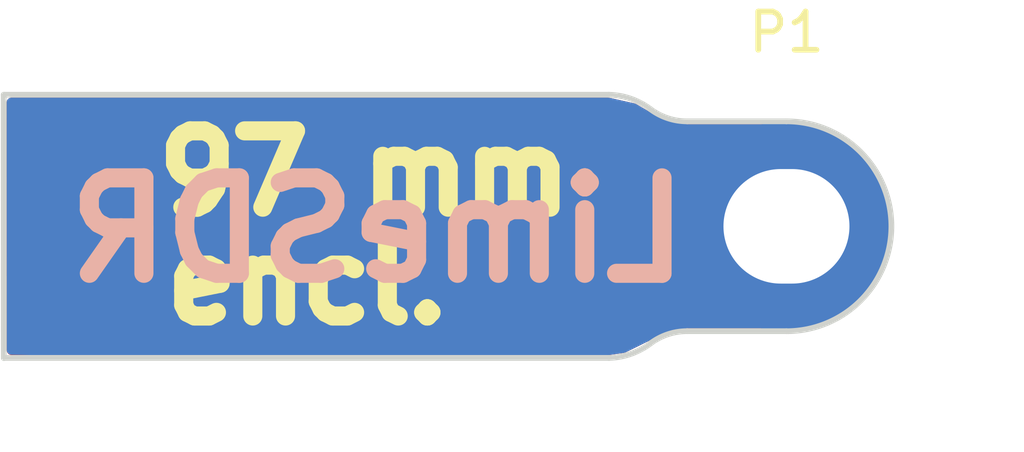
<source format=kicad_pcb>
(kicad_pcb (version 4) (host pcbnew no-bzr-kicad_new3d-viewer)

  (general
    (links 0)
    (no_connects 0)
    (area 58.69968 19.6625 85.478334 31.4725)
    (thickness 1.6)
    (drawings 1)
    (tracks 0)
    (zones 0)
    (modules 1)
    (nets 2)
  )

  (page A4)
  (layers
    (0 F.Cu signal)
    (31 B.Cu signal)
    (32 B.Adhes user)
    (33 F.Adhes user)
    (34 B.Paste user)
    (35 F.Paste user)
    (36 B.SilkS user)
    (37 F.SilkS user)
    (38 B.Mask user)
    (39 F.Mask user)
    (40 Dwgs.User user)
    (41 Cmts.User user)
    (42 Eco1.User user)
    (43 Eco2.User user)
    (44 Edge.Cuts user)
    (45 Margin user)
    (46 B.CrtYd user)
    (47 F.CrtYd user)
    (48 B.Fab user)
    (49 F.Fab user)
  )

  (setup
    (last_trace_width 0.25)
    (trace_clearance 0)
    (zone_clearance 0)
    (zone_45_only no)
    (trace_min 0.2)
    (segment_width 0.5)
    (edge_width 0.15)
    (via_size 0.6)
    (via_drill 0.4)
    (via_min_size 0.4)
    (via_min_drill 0.3)
    (uvia_size 0.3)
    (uvia_drill 0.1)
    (uvias_allowed no)
    (uvia_min_size 0.2)
    (uvia_min_drill 0.1)
    (pcb_text_width 0.3)
    (pcb_text_size 1.5 1.5)
    (mod_edge_width 0.15)
    (mod_text_size 1 1)
    (mod_text_width 0.15)
    (pad_size 5.5 5.5)
    (pad_drill 3.3)
    (pad_to_mask_clearance 0.2)
    (aux_axis_origin 0 0)
    (visible_elements 7FFFFFFF)
    (pcbplotparams
      (layerselection 0x010f0_ffffffff)
      (usegerberextensions true)
      (excludeedgelayer true)
      (linewidth 0.100000)
      (plotframeref false)
      (viasonmask false)
      (mode 1)
      (useauxorigin false)
      (hpglpennumber 1)
      (hpglpenspeed 20)
      (hpglpendiameter 15)
      (psnegative false)
      (psa4output false)
      (plotreference false)
      (plotvalue false)
      (plotinvisibletext false)
      (padsonsilk false)
      (subtractmaskfromsilk false)
      (outputformat 1)
      (mirror false)
      (drillshape 0)
      (scaleselection 1)
      (outputdirectory Gerber/20160627_tabs/))
  )

  (net 0 "")
  (net 1 GND)

  (net_class Default "This is the default net class."
    (clearance 0)
    (trace_width 0.25)
    (via_dia 0.6)
    (via_drill 0.4)
    (uvia_dia 0.3)
    (uvia_drill 0.1)
    (add_net GND)
  )

  (module Ohisja:holder_tab (layer F.Cu) (tedit 5769A9A1) (tstamp 5769AEEB)
    (at 79.3 25.5)
    (path /5769ACE4)
    (fp_text reference P1 (at 0 -5.08) (layer F.SilkS)
      (effects (font (size 1 1) (thickness 0.15)))
    )
    (fp_text value CONN_01X01 (at 1.27 5.08) (layer F.Fab)
      (effects (font (size 1 1) (thickness 0.15)))
    )
    (fp_text user "97 mm" (at -11.05 -1.4) (layer F.SilkS)
      (effects (font (size 2 2) (thickness 0.5)))
    )
    (fp_arc (start 0 -0.001226) (end 0 -2.75) (angle 180) (layer Edge.Cuts) (width 0.15))
    (fp_line (start -19.55 -3.45) (end -19.55 3.45) (layer B.Mask) (width 2))
    (fp_arc (start -2.6 4.349706) (end -3.55 3.058063) (angle 36.33438316) (layer Edge.Cuts) (width 0.15))
    (fp_arc (start -4.698313 -1.553591) (end -4.652118 -3.446725) (angle 35.17359225) (layer Edge.Cuts) (width 0.15))
    (fp_line (start -20.5 3.447548) (end -4.651552 3.447548) (layer Edge.Cuts) (width 0.15))
    (fp_line (start -20.502118 -3.446725) (end -20.5 3.45) (layer Edge.Cuts) (width 0.15))
    (fp_line (start -4.652118 -3.446725) (end -20.502118 -3.446725) (layer Edge.Cuts) (width 0.15))
    (fp_line (start -2.6 2.746322) (end 0 2.746322) (layer Edge.Cuts) (width 0.15))
    (fp_line (start 0 -2.75) (end -2.6 -2.75) (layer Edge.Cuts) (width 0.15))
    (fp_arc (start -2.603369 -4.352158) (end -2.6 -2.75) (angle 37.22928052) (layer Edge.Cuts) (width 0.15))
    (fp_arc (start -4.7 1.558063) (end -3.55 3.058063) (angle 36.00738739) (layer Edge.Cuts) (width 0.15))
    (fp_line (start -19.55 -3.45) (end -19.55 3.45) (layer F.Mask) (width 2))
    (fp_text user encl. (at -12.55 1.45) (layer F.SilkS)
      (effects (font (size 2 2) (thickness 0.5)))
    )
    (pad 1 thru_hole circle (at 0 0) (size 5.5 5.5) (drill oval 3.3 3) (layers *.Cu *.Mask)
      (net 1 GND))
  )

  (gr_text LimeSDR (at 68.6 25.6) (layer B.SilkS)
    (effects (font (size 2.5 2.5) (thickness 0.5)) (justify mirror))
  )

  (zone (net 1) (net_name GND) (layer F.Cu) (tstamp 0) (hatch none 0.508)
    (connect_pads (clearance 0))
    (min_thickness 0.254)
    (fill yes (arc_segments 16) (thermal_gap 0.508) (thermal_bridge_width 0.508))
    (polygon
      (pts
        (xy 58.8 22.1) (xy 75 22) (xy 77.1 22.6) (xy 79.8 22.6) (xy 81.4 23.4)
        (xy 82.3 24.9) (xy 81.9 26.9) (xy 80.8 28.1) (xy 78.7 28.4) (xy 76.8 28.4)
        (xy 75.3 29.1) (xy 64.4 29) (xy 58.8 29)
      )
    )
    (filled_polygon
      (pts
        (xy 75.294117 22.405315) (xy 75.628283 22.600074) (xy 75.629115 22.60036) (xy 75.62978 22.600938) (xy 75.986406 22.804718)
        (xy 76.017402 22.815086) (xy 76.047632 22.827533) (xy 76.661009 22.948201) (xy 76.680694 22.94816) (xy 76.7 22.952)
        (xy 79.280103 22.952) (xy 80.273094 23.149518) (xy 81.098043 23.700731) (xy 81.649256 24.52568) (xy 81.842816 25.498774)
        (xy 81.649256 26.471868) (xy 81.098043 27.296817) (xy 80.273094 27.84803) (xy 79.286267 28.044322) (xy 76.7 28.044322)
        (xy 76.687937 28.046721) (xy 76.675672 28.045792) (xy 76.292278 28.092304) (xy 76.261951 28.102256) (xy 76.230967 28.109886)
        (xy 75.664362 28.375115) (xy 75.662714 28.376327) (xy 75.660733 28.376857) (xy 75.027875 28.688622) (xy 74.633931 28.745548)
        (xy 59.001937 28.745548) (xy 58.999944 22.255275) (xy 74.625498 22.255275)
      )
    )
  )
  (zone (net 1) (net_name GND) (layer B.Cu) (tstamp 5769AE08) (hatch edge 0.508)
    (connect_pads (clearance 0))
    (min_thickness 0.254)
    (fill yes (arc_segments 16) (thermal_gap 0.508) (thermal_bridge_width 0.508))
    (polygon
      (pts
        (xy 58.69968 28.858882) (xy 74.9 29.1) (xy 76.7 28.4) (xy 79.69968 28.358882) (xy 81.29968 27.558882)
        (xy 82.19968 26.058882) (xy 81.79968 24.058882) (xy 80.69968 22.858882) (xy 78.59968 22.558882) (xy 76.49968 22.558882)
        (xy 74.99968 21.858882) (xy 64.29968 21.958882) (xy 58.69968 21.958882)
      )
    )
    (filled_polygon
      (pts
        (xy 75.294117 22.405315) (xy 75.628283 22.600074) (xy 75.629115 22.60036) (xy 75.62978 22.600938) (xy 75.986406 22.804718)
        (xy 76.017402 22.815086) (xy 76.047632 22.827533) (xy 76.661009 22.948201) (xy 76.680694 22.94816) (xy 76.7 22.952)
        (xy 79.280103 22.952) (xy 80.273094 23.149518) (xy 81.098043 23.700731) (xy 81.649256 24.52568) (xy 81.842816 25.498774)
        (xy 81.649256 26.471868) (xy 81.098043 27.296817) (xy 80.273094 27.84803) (xy 79.286267 28.044322) (xy 76.7 28.044322)
        (xy 76.687937 28.046721) (xy 76.675672 28.045792) (xy 76.292278 28.092304) (xy 76.261951 28.102256) (xy 76.230967 28.109886)
        (xy 75.664362 28.375115) (xy 75.662714 28.376327) (xy 75.660733 28.376857) (xy 75.027875 28.688622) (xy 74.633931 28.745548)
        (xy 59.61883 28.745548) (xy 59.001934 28.736366) (xy 58.999944 22.255275) (xy 74.625498 22.255275)
      )
    )
  )
)

</source>
